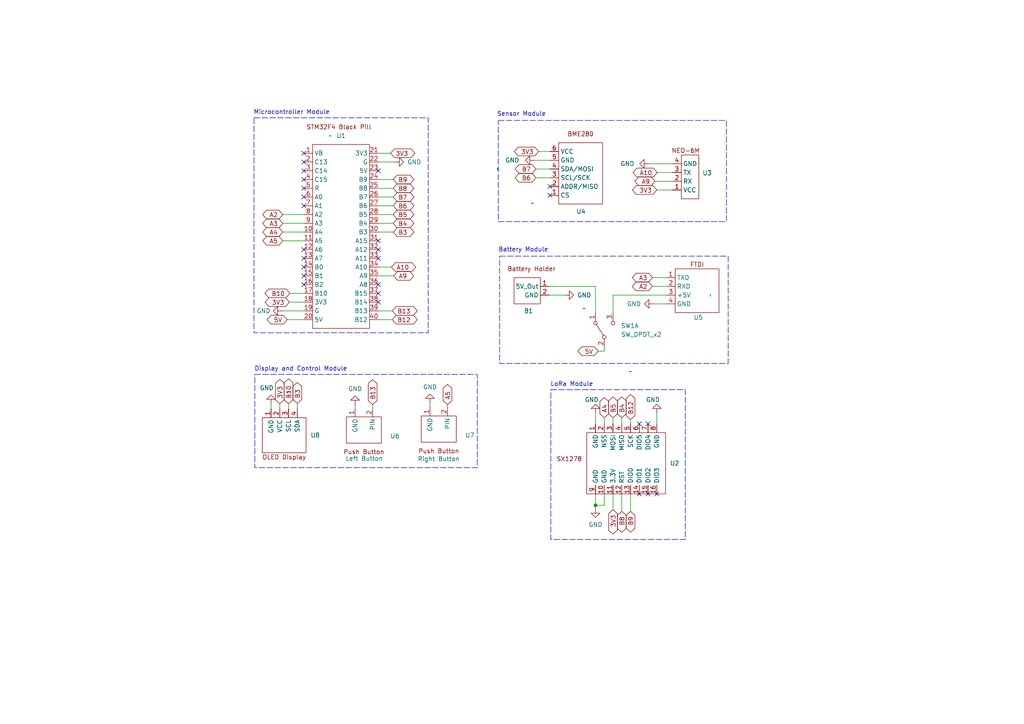
<source format=kicad_sch>
(kicad_sch (version 20230121) (generator eeschema)
  (paper "A4")
  (title_block (title "EEE4022S Transmiter Circuit") (date "2023-09-11") (rev "1") (company "University of Cape Town") (comment 1 "Rory Schram"))
  (lib_symbols
    (symbol "Custom:18650_Bat_Holder_+_Charger_-_5V_Out"
      (property "Reference" "B" (at 0 6.35 0))
      (symbol "18650_Bat_Holder_+_Charger_-_5V_Out_0_1"
        (rectangle (start -5.08 0) (end 2.54 -7.62))
      )
      (symbol "18650_Bat_Holder_+_Charger_-_5V_Out_1_1"
        (text "Battery Holder" (at 0 2.54 0) (effects (font (size 1.27 1.27))))
        (pin bidirectional line (at 5.08 -2.54 180) (length 2.54) (name "5V_Out") (number "1"))
        (pin bidirectional line (at 5.08 -5.08 180) (length 2.54) (name "GND") (number "2"))
      )
    )
    (symbol "Custom:BME280"
      (property "Reference" "U4" (at -11.43 2.54 90))
      (property "Value" "~" (at 0 25.4 0))
      (symbol "BME280_0_1"
        (rectangle (start -10.16 7.62) (end 7.62 -5.08))
      )
      (symbol "BME280_1_1"
        (text "BME280" (at 10.16 1.27 900) (effects (font (size 1.27 1.27))))
        (pin bidirectional line (at -7.62 10.16 270) (length 2.54) (name "CS") (number "1"))
        (pin bidirectional line (at -5.08 10.16 270) (length 2.54) (name "ADDR/MISO") (number "2"))
        (pin bidirectional line (at -2.54 10.16 270) (length 2.54) (name "SCL/SCK") (number "3"))
        (pin bidirectional line (at 0 10.16 270) (length 2.54) (name "SDA/MOSI") (number "4"))
        (pin bidirectional line (at 2.54 10.16 270) (length 2.54) (name "GND") (number "5"))
        (pin bidirectional line (at 5.08 10.16 270) (length 2.54) (name "VCC") (number "6"))
      )
    )
    (symbol "Custom:FTDI"
      (property "Reference" "U5" (at 6.35 -3.81 90))
      (property "Value" "~" (at 0 2.54 0))
      (symbol "FTDI_0_1"
        (rectangle (start -7.62 5.08) (end 5.08 -7.62))
      )
      (symbol "FTDI_1_1"
        (text "FTDI" (at -8.89 -1.27 900) (effects (font (size 1.27 1.27))))
        (pin bidirectional line (at -5.08 -10.16 90) (length 2.54) (name "TXD") (number "1"))
        (pin bidirectional line (at -2.54 -10.16 90) (length 2.54) (name "RXD") (number "2"))
        (pin bidirectional line (at 0 -10.16 90) (length 2.54) (name "+5V") (number "3"))
        (pin bidirectional line (at 2.54 -10.16 90) (length 2.54) (name "GND") (number "4"))
      )
    )
    (symbol "Custom:NEO-6M"
      (property "Reference" "U3" (at 1.27 -6.35 0))
      (property "Value" "~" (at -45.72 -6.35 0))
      (symbol "NEO-6M_0_1"
        (rectangle (start -2.54 -5.08) (end 2.54 7.62))
      )
      (symbol "NEO-6M_1_1"
        (text "NEO-6M" (at -1.27 8.89 0) (effects (font (size 1.27 1.27))))
        (pin bidirectional line (at -5.08 -2.54 0) (length 2.54) (name "VCC") (number "1"))
        (pin bidirectional line (at -5.08 0 0) (length 2.54) (name "RX") (number "2"))
        (pin bidirectional line (at -5.08 2.54 0) (length 2.54) (name "TX") (number "3"))
        (pin bidirectional line (at -5.08 5.08 0) (length 2.54) (name "GND") (number "4"))
      )
    )
    (symbol "Custom:Oled_Display"
      (property "Reference" "U8" (at 6.35 -5.08 0))
      (property "Value" "~" (at 0 7.62 0))
      (symbol "Oled_Display_0_1"
        (rectangle (start -7.62 0) (end 5.08 -10.16))
      )
      (symbol "Oled_Display_1_1"
        (text "OLED Display" (at -1.27 -11.43 0) (effects (font (size 1.27 1.27))))
        (pin bidirectional line (at -5.08 2.54 270) (length 2.54) (name "GND") (number "1"))
        (pin bidirectional line (at -2.54 2.54 270) (length 2.54) (name "VCC") (number "2"))
        (pin bidirectional line (at 0 2.54 270) (length 2.54) (name "SCL") (number "3"))
        (pin bidirectional line (at 2.54 2.54 270) (length 2.54) (name "SDA") (number "4"))
      )
    )
    (symbol "Custom:Push_Button"
      (property "Reference" "U" (at -7.62 0 0))
      (symbol "Push_Button_0_1"
        (rectangle (start -5.08 2.54) (end 5.08 -5.08))
      )
      (symbol "Push_Button_1_1"
        (text "Push Button" (at 0 -7.62 0) (effects (font (size 1.27 1.27))))
        (pin bidirectional line (at -2.54 5.08 270) (length 2.54) (name "GND") (number "1"))
        (pin bidirectional line (at 2.54 5.08 270) (length 2.54) (name "PIN") (number "2"))
      )
    )
    (symbol "Custom:STM32F4_Black_Pill"
      (property "Reference" "U" (at 2.54 7.62 0))
      (symbol "STM32F4_Black_Pill_0_1"
        (rectangle (start -5.08 5.08) (end 11.43 -48.26))
      )
      (symbol "STM32F4_Black_Pill_1_1"
        (text "STM32F4 Black Pill" (at 2.54 10.16 0) (effects (font (size 1.27 1.27))))
        (pin bidirectional line (at -7.62 2.54 0) (length 2.54) (name "VB") (number "1"))
        (pin bidirectional line (at -7.62 -20.32 0) (length 2.54) (name "A4") (number "10"))
        (pin bidirectional line (at -7.62 -22.86 0) (length 2.54) (name "A5") (number "11"))
        (pin bidirectional line (at -7.62 -25.4 0) (length 2.54) (name "A6") (number "12"))
        (pin bidirectional line (at -7.62 -27.94 0) (length 2.54) (name "A7") (number "13"))
        (pin bidirectional line (at -7.62 -30.48 0) (length 2.54) (name "B0") (number "14"))
        (pin bidirectional line (at -7.62 -33.02 0) (length 2.54) (name "B1") (number "15"))
        (pin bidirectional line (at -7.62 -35.56 0) (length 2.54) (name "B2") (number "16"))
        (pin bidirectional line (at -7.62 -38.1 0) (length 2.54) (name "B10") (number "17"))
        (pin bidirectional line (at -7.62 -40.64 0) (length 2.54) (name "3V3") (number "18"))
        (pin bidirectional line (at -7.62 -43.18 0) (length 2.54) (name "G") (number "19"))
        (pin bidirectional line (at -7.62 0 0) (length 2.54) (name "C13") (number "2"))
        (pin bidirectional line (at -7.62 -45.72 0) (length 2.54) (name "5V") (number "20"))
        (pin bidirectional line (at 13.97 2.54 180) (length 2.54) (name "3V3") (number "21"))
        (pin bidirectional line (at 13.97 0 180) (length 2.54) (name "G") (number "22"))
        (pin bidirectional line (at 13.97 -2.54 180) (length 2.54) (name "5V") (number "23"))
        (pin bidirectional line (at 13.97 -5.08 180) (length 2.54) (name "B9") (number "24"))
        (pin bidirectional line (at 13.97 -7.62 180) (length 2.54) (name "B8") (number "25"))
        (pin bidirectional line (at 13.97 -10.16 180) (length 2.54) (name "B7") (number "26"))
        (pin bidirectional line (at 13.97 -12.7 180) (length 2.54) (name "B6") (number "27"))
        (pin bidirectional line (at 13.97 -15.24 180) (length 2.54) (name "B5") (number "28"))
        (pin bidirectional line (at 13.97 -17.78 180) (length 2.54) (name "B4") (number "29"))
        (pin bidirectional line (at -7.62 -2.54 0) (length 2.54) (name "C14") (number "3"))
        (pin bidirectional line (at 13.97 -20.32 180) (length 2.54) (name "B3") (number "30"))
        (pin bidirectional line (at 13.97 -22.86 180) (length 2.54) (name "A15") (number "31"))
        (pin bidirectional line (at 13.97 -25.4 180) (length 2.54) (name "A12") (number "32"))
        (pin bidirectional line (at 13.97 -27.94 180) (length 2.54) (name "A11") (number "33"))
        (pin bidirectional line (at 13.97 -30.48 180) (length 2.54) (name "A10") (number "34"))
        (pin bidirectional line (at 13.97 -33.02 180) (length 2.54) (name "A9") (number "35"))
        (pin bidirectional line (at 13.97 -35.56 180) (length 2.54) (name "A8") (number "36"))
        (pin bidirectional line (at 13.97 -38.1 180) (length 2.54) (name "B15") (number "37"))
        (pin bidirectional line (at 13.97 -40.64 180) (length 2.54) (name "B14") (number "38"))
        (pin bidirectional line (at 13.97 -43.18 180) (length 2.54) (name "B13") (number "39"))
        (pin bidirectional line (at -7.62 -5.08 0) (length 2.54) (name "C15") (number "4"))
        (pin bidirectional line (at 13.97 -45.72 180) (length 2.54) (name "B12") (number "40"))
        (pin bidirectional line (at -7.62 -7.62 0) (length 2.54) (name "R") (number "5"))
        (pin bidirectional line (at -7.62 -10.16 0) (length 2.54) (name "A0") (number "6"))
        (pin bidirectional line (at -7.62 -12.7 0) (length 2.54) (name "A1") (number "7"))
        (pin bidirectional line (at -7.62 -15.24 0) (length 2.54) (name "A2") (number "8"))
        (pin bidirectional line (at -7.62 -17.78 0) (length 2.54) (name "A3") (number "9"))
      )
    )
    (symbol "Custom:SX1278"
      (property "Reference" "U" (at -17.78 2.54 0))
      (symbol "SX1278_0_1"
        (rectangle (start -12.7 7.62) (end 10.16 -10.16))
      )
      (symbol "SX1278_1_1"
        (text "SX1278" (at -17.78 0 0) (effects (font (size 1.27 1.27))))
        (pin bidirectional line (at -10.16 10.16 270) (length 2.54) (name "GND") (number "1"))
        (pin bidirectional line (at -7.62 -10.16 90) (length 2.54) (name "GND") (number "10"))
        (pin bidirectional line (at -5.08 -10.16 90) (length 2.54) (name "3.3V") (number "11"))
        (pin bidirectional line (at -2.54 -10.16 90) (length 2.54) (name "RST") (number "12"))
        (pin bidirectional line (at 0 -10.16 90) (length 2.54) (name "DIO0") (number "13"))
        (pin bidirectional line (at 2.54 -10.16 90) (length 2.54) (name "DIO1") (number "14"))
        (pin bidirectional line (at 5.08 -10.16 90) (length 2.54) (name "DIO2") (number "15"))
        (pin bidirectional line (at 7.62 -10.16 90) (length 2.54) (name "DIO3") (number "16"))
        (pin bidirectional line (at -7.62 10.16 270) (length 2.54) (name "NSS") (number "2"))
        (pin bidirectional line (at -5.08 10.16 270) (length 2.54) (name "MOSI") (number "3"))
        (pin bidirectional line (at -2.54 10.16 270) (length 2.54) (name "MISO") (number "4"))
        (pin bidirectional line (at 0 10.16 270) (length 2.54) (name "SCK") (number "5"))
        (pin bidirectional line (at 2.54 10.16 270) (length 2.54) (name "DIO5") (number "6"))
        (pin bidirectional line (at 5.08 10.16 270) (length 2.54) (name "DIO4") (number "7"))
        (pin bidirectional line (at 7.62 10.16 270) (length 2.54) (name "GND") (number "8"))
        (pin bidirectional line (at -10.16 -10.16 90) (length 2.54) (name "GND") (number "9"))
      )
    )
    (symbol "Switch:SW_DPDT_x2" (pin_names (offset 0) hide)
      (property "Reference" "SW" (at 0 4.318 0))
      (property "Value" "SW_DPDT_x2" (at 0 -5.08 0))
      (symbol "SW_DPDT_x2_0_0"
        (circle (center -2.032 0) (radius 0.508))
        (circle (center 2.032 -2.54) (radius 0.508))
      )
      (symbol "SW_DPDT_x2_0_1"
        (polyline (pts (xy -1.524 0.254) (xy 1.651 2.286)))
        (circle (center 2.032 2.54) (radius 0.508))
      )
      (symbol "SW_DPDT_x2_1_1"
        (pin passive line (at 5.08 2.54 180) (length 2.54) (name "A") (number "1"))
        (pin passive line (at -5.08 0 0) (length 2.54) (name "B") (number "2"))
        (pin passive line (at 5.08 -2.54 180) (length 2.54) (name "C") (number "3"))
      )
      (symbol "SW_DPDT_x2_2_1"
        (pin passive line (at 5.08 2.54 180) (length 2.54) (name "A") (number "4"))
        (pin passive line (at -5.08 0 0) (length 2.54) (name "B") (number "5"))
        (pin passive line (at 5.08 -2.54 180) (length 2.54) (name "C") (number "6"))
      )
    )
    (symbol "power:GND" (power) (pin_names (offset 0))
      (property "Value" "GND" (at 0 -3.81 0))
      (symbol "GND_0_1"
        (polyline (pts (xy 0 0) (xy 0 -1.27) (xy 1.27 -1.27) (xy 0 -2.54) (xy -1.27 -1.27) (xy 0 -1.27)))
      )
      (symbol "GND_1_1"
        (pin power_in line (at 0 0 270) (length 0) hide (name "GND") (number "1"))
      )
    )
  )
  (junction (at 172.72 146.558))
  (no_connect (at 159.512 54.102))
  (no_connect (at 88.138 44.45))
  (no_connect (at 109.728 85.09))
  (no_connect (at 88.138 77.47))
  (no_connect (at 159.512 56.642))
  (no_connect (at 88.138 74.93))
  (no_connect (at 187.96 143.256))
  (no_connect (at 88.138 54.61))
  (no_connect (at 88.138 72.39))
  (no_connect (at 109.728 74.93))
  (no_connect (at 88.138 57.15))
  (no_connect (at 109.728 49.53))
  (no_connect (at 88.138 82.55))
  (no_connect (at 88.138 46.99))
  (no_connect (at 88.138 80.01))
  (no_connect (at 187.96 122.936))
  (no_connect (at 109.728 69.85))
  (no_connect (at 88.138 49.53))
  (no_connect (at 109.728 87.63))
  (no_connect (at 88.138 52.07))
  (no_connect (at 109.728 82.55))
  (no_connect (at 190.5 143.256))
  (no_connect (at 88.138 59.69))
  (no_connect (at 185.42 143.256))
  (no_connect (at 185.42 122.936))
  (no_connect (at 109.728 72.39))
  (wire (pts (xy 172.72 146.558) (xy 172.72 147.574)))
  (wire (pts (xy 177.8 85.598) (xy 193.294 85.598)))
  (wire (pts (xy 155.448 51.562) (xy 159.512 51.562)))
  (wire (pts (xy 78.613 117.094) (xy 78.613 118.618)))
  (wire (pts (xy 108.077 117.348) (xy 108.077 118.364)))
  (wire (pts (xy 83.693 117.094) (xy 83.693 118.618)))
  (wire (pts (xy 84.074 85.09) (xy 88.138 85.09)))
  (wire (pts (xy 177.8 85.598) (xy 177.8 90.678)))
  (wire (pts (xy 159.258 83.058) (xy 172.72 83.058)))
  (wire (pts (xy 154.94 46.482) (xy 159.512 46.482)))
  (wire (pts (xy 173.482 101.854) (xy 175.26 101.854)))
  (wire (pts (xy 190.627 50.038) (xy 195.072 50.038)))
  (wire (pts (xy 109.728 52.07) (xy 114.046 52.07)))
  (wire (pts (xy 109.728 59.69) (xy 114.046 59.69)))
  (wire (pts (xy 188.087 47.498) (xy 195.072 47.498)))
  (wire (pts (xy 109.728 77.47) (xy 113.538 77.47)))
  (wire (pts (xy 175.26 121.158) (xy 175.26 122.936)))
  (wire (pts (xy 189.992 52.578) (xy 195.072 52.578)))
  (wire (pts (xy 109.728 57.15) (xy 114.046 57.15)))
  (wire (pts (xy 109.728 80.01) (xy 114.173 80.01)))
  (wire (pts (xy 82.042 69.85) (xy 88.138 69.85)))
  (wire (pts (xy 124.714 116.84) (xy 124.714 118.11)))
  (wire (pts (xy 189.484 88.138) (xy 193.294 88.138)))
  (wire (pts (xy 182.88 143.256) (xy 182.88 148.336)))
  (wire (pts (xy 155.448 49.022) (xy 159.512 49.022)))
  (wire (pts (xy 109.728 44.45) (xy 113.284 44.45)))
  (wire (pts (xy 109.728 90.17) (xy 113.792 90.17)))
  (wire (pts (xy 177.8 143.256) (xy 177.8 147.828)))
  (wire (pts (xy 177.8 121.158) (xy 177.8 122.936)))
  (wire (pts (xy 86.233 116.967) (xy 86.233 118.618)))
  (wire (pts (xy 172.72 143.256) (xy 172.72 146.558)))
  (wire (pts (xy 83.312 92.71) (xy 88.138 92.71)))
  (wire (pts (xy 109.728 92.71) (xy 113.792 92.71)))
  (wire (pts (xy 82.042 62.23) (xy 88.138 62.23)))
  (wire (pts (xy 190.5 55.118) (xy 195.072 55.118)))
  (wire (pts (xy 180.34 143.256) (xy 180.34 148.336)))
  (wire (pts (xy 189.23 83.058) (xy 193.294 83.058)))
  (wire (pts (xy 109.728 54.61) (xy 114.046 54.61)))
  (wire (pts (xy 109.728 62.23) (xy 114.046 62.23)))
  (wire (pts (xy 175.26 146.558) (xy 175.26 143.256)))
  (wire (pts (xy 82.042 67.31) (xy 88.138 67.31)))
  (wire (pts (xy 182.88 121.666) (xy 182.88 122.936)))
  (wire (pts (xy 159.258 85.598) (xy 163.83 85.598)))
  (wire (pts (xy 172.72 119.761) (xy 172.72 122.936)))
  (wire (pts (xy 81.153 117.094) (xy 81.153 118.618)))
  (wire (pts (xy 109.728 67.31) (xy 114.046 67.31)))
  (wire (pts (xy 129.794 117.348) (xy 129.794 118.11)))
  (wire (pts (xy 109.728 46.99) (xy 114.554 46.99)))
  (wire (pts (xy 190.5 119.761) (xy 190.5 122.936)))
  (wire (pts (xy 172.72 146.558) (xy 175.26 146.558)))
  (wire (pts (xy 175.26 101.854) (xy 175.26 100.838)))
  (wire (pts (xy 83.947 87.63) (xy 88.138 87.63)))
  (wire (pts (xy 82.042 64.77) (xy 88.138 64.77)))
  (wire (pts (xy 156.21 43.942) (xy 159.512 43.942)))
  (wire (pts (xy 81.788 90.17) (xy 88.138 90.17)))
  (wire (pts (xy 189.23 80.518) (xy 193.294 80.518)))
  (wire (pts (xy 180.34 121.158) (xy 180.34 122.936)))
  (wire (pts (xy 172.72 90.678) (xy 172.72 83.058)))
  (wire (pts (xy 102.997 117.348) (xy 102.997 118.364)))
  (wire (pts (xy 109.728 64.77) (xy 114.046 64.77)))
  (rectangle (start 144.526 34.925) (end 210.693 64.262) (stroke (width 0) (type dash)))
  (rectangle (start 73.914 108.585) (end 138.43 135.636) (stroke (width 0) (type dash)))
  (rectangle (start 73.66 34.163) (end 124.206 96.52) (stroke (width 0) (type dash)))
  (rectangle (start 144.907 74.295) (end 211.201 105.41) (stroke (width 0) (type dash)))
  (rectangle (start 159.766 113.03) (end 198.755 156.464) (stroke (width 0) (type dash)))
  (text "LoRa Module" (at 159.639 112.268 0) (effects (font (size 1.27 1.27)) (justify left bottom)))
  (text "Display and Control Module" (at 73.787 107.823 0) (effects (font (size 1.27 1.27)) (justify left bottom)))
  (text "Sensor Module" (at 144.145 33.909 0) (effects (font (size 1.27 1.27)) (justify left bottom)))
  (text "Microcontroller Module" (at 73.533 33.401 0) (effects (font (size 1.27 1.27)) (justify left bottom)))
  (text "Battery Module" (at 144.526 73.279 0) (effects (font (size 1.27 1.27)) (justify left bottom)))
  (global_label "A2" (shape bidirectional) (at 82.042 62.23 180) (property "Intersheetrefs" "${INTERSHEET_REFS}" (effects hide)))
  (global_label "A4" (shape bidirectional) (at 82.042 67.31 180) (property "Intersheetrefs" "${INTERSHEET_REFS}" (effects hide)))
  (global_label "B8" (shape bidirectional) (at 180.34 148.336 270) (property "Intersheetrefs" "${INTERSHEET_REFS}" (effects hide)))
  (global_label "B10" (shape bidirectional) (at 84.074 85.09 180) (property "Intersheetrefs" "${INTERSHEET_REFS}" (effects hide)))
  (global_label "B13" (shape bidirectional) (at 113.792 90.17 0) (property "Intersheetrefs" "${INTERSHEET_REFS}" (effects hide)))
  (global_label "B8" (shape bidirectional) (at 114.046 54.61 0) (property "Intersheetrefs" "${INTERSHEET_REFS}" (effects hide)))
  (global_label "A2" (shape bidirectional) (at 189.23 83.058 180) (property "Intersheetrefs" "${INTERSHEET_REFS}" (effects hide)))
  (global_label "B4" (shape bidirectional) (at 180.34 121.158 90) (property "Intersheetrefs" "${INTERSHEET_REFS}" (effects hide)))
  (global_label "A4" (shape bidirectional) (at 175.26 121.158 90) (property "Intersheetrefs" "${INTERSHEET_REFS}" (effects hide)))
  (global_label "A5" (shape bidirectional) (at 82.042 69.85 180) (property "Intersheetrefs" "${INTERSHEET_REFS}" (effects hide)))
  (global_label "B9" (shape bidirectional) (at 182.88 148.336 270) (property "Intersheetrefs" "${INTERSHEET_REFS}" (effects hide)))
  (global_label "3V3" (shape bidirectional) (at 156.21 43.942 180) (property "Intersheetrefs" "${INTERSHEET_REFS}" (effects hide)))
  (global_label "A3" (shape bidirectional) (at 82.042 64.77 180) (property "Intersheetrefs" "${INTERSHEET_REFS}" (effects hide)))
  (global_label "A9" (shape bidirectional) (at 114.173 80.01 0) (property "Intersheetrefs" "${INTERSHEET_REFS}" (effects hide)))
  (global_label "B6" (shape bidirectional) (at 114.046 59.69 0) (property "Intersheetrefs" "${INTERSHEET_REFS}" (effects hide)))
  (global_label "B7" (shape bidirectional) (at 114.046 57.15 0) (property "Intersheetrefs" "${INTERSHEET_REFS}" (effects hide)))
  (global_label "B3" (shape bidirectional) (at 114.046 67.31 0) (property "Intersheetrefs" "${INTERSHEET_REFS}" (effects hide)))
  (global_label "B9" (shape bidirectional) (at 114.046 52.07 0) (property "Intersheetrefs" "${INTERSHEET_REFS}" (effects hide)))
  (global_label "B5" (shape bidirectional) (at 177.8 121.158 90) (property "Intersheetrefs" "${INTERSHEET_REFS}" (effects hide)))
  (global_label "3V3" (shape bidirectional) (at 81.153 117.094 90) (property "Intersheetrefs" "${INTERSHEET_REFS}" (effects hide)))
  (global_label "5V" (shape bidirectional) (at 173.482 101.854 180) (property "Intersheetrefs" "${INTERSHEET_REFS}" (effects hide)))
  (global_label "3V3" (shape bidirectional) (at 83.947 87.63 180) (property "Intersheetrefs" "${INTERSHEET_REFS}" (effects hide)))
  (global_label "B7" (shape bidirectional) (at 155.448 49.022 180) (property "Intersheetrefs" "${INTERSHEET_REFS}" (effects hide)))
  (global_label "B12" (shape bidirectional) (at 113.792 92.71 0) (property "Intersheetrefs" "${INTERSHEET_REFS}" (effects hide)))
  (global_label "A3" (shape bidirectional) (at 189.23 80.518 180) (property "Intersheetrefs" "${INTERSHEET_REFS}" (effects hide)))
  (global_label "A10" (shape bidirectional) (at 190.627 50.038 180) (property "Intersheetrefs" "${INTERSHEET_REFS}" (effects hide)))
  (global_label "A9" (shape bidirectional) (at 189.992 52.578 180) (property "Intersheetrefs" "${INTERSHEET_REFS}" (effects hide)))
  (global_label "B5" (shape bidirectional) (at 114.046 62.23 0) (property "Intersheetrefs" "${INTERSHEET_REFS}" (effects hide)))
  (global_label "B4" (shape bidirectional) (at 114.046 64.77 0) (property "Intersheetrefs" "${INTERSHEET_REFS}" (effects hide)))
  (global_label "B3" (shape bidirectional) (at 86.233 116.967 90) (property "Intersheetrefs" "${INTERSHEET_REFS}" (effects hide)))
  (global_label "B12" (shape bidirectional) (at 182.88 121.666 90) (property "Intersheetrefs" "${INTERSHEET_REFS}" (effects hide)))
  (global_label "B6" (shape bidirectional) (at 155.448 51.562 180) (property "Intersheetrefs" "${INTERSHEET_REFS}" (effects hide)))
  (global_label "B13" (shape bidirectional) (at 108.077 117.348 90) (property "Intersheetrefs" "${INTERSHEET_REFS}" (effects hide)))
  (global_label "A10" (shape bidirectional) (at 113.538 77.47 0) (property "Intersheetrefs" "${INTERSHEET_REFS}" (effects hide)))
  (global_label "3V3" (shape bidirectional) (at 177.8 147.828 270) (property "Intersheetrefs" "${INTERSHEET_REFS}" (effects hide)))
  (global_label "5V" (shape bidirectional) (at 83.312 92.71 180) (property "Intersheetrefs" "${INTERSHEET_REFS}" (effects hide)))
  (global_label "A5" (shape bidirectional) (at 129.794 117.348 90) (property "Intersheetrefs" "${INTERSHEET_REFS}" (effects hide)))
  (global_label "3V3" (shape bidirectional) (at 113.284 44.45 0) (property "Intersheetrefs" "${INTERSHEET_REFS}" (effects hide)))
  (global_label "3V3" (shape bidirectional) (at 190.5 55.118 180) (property "Intersheetrefs" "${INTERSHEET_REFS}" (effects hide)))
  (global_label "B10" (shape bidirectional) (at 83.693 117.094 90) (property "Intersheetrefs" "${INTERSHEET_REFS}" (effects hide)))
  (symbol (lib_id "power:GND") (at 163.83 85.598 90) (unit 1)
    (property "Reference" "#PWR08" (effects hide))
    (property "Value" "GND" (at 167.386 85.598 90) (effects (justify right)))
  )
  (symbol (lib_id "power:GND") (at 124.714 116.84 180) (unit 1)
    (property "Reference" "#PWR010" (effects hide))
    (property "Value" "GND" (at 124.714 112.268 0))
  )
  (symbol (lib_id "power:GND") (at 172.72 147.574 0) (unit 1)
    (property "Reference" "#PWR01" (effects hide))
    (property "Value" "GND" (at 172.72 152.146 0))
  )
  (symbol (lib_id "Custom:Oled_Display") (at 83.693 121.158 0) (unit 1)
    (property "Reference" "U8" (at 90.043 126.238 0) (effects (justify left)))
    (property "Value" "~" (at 83.693 113.538 0))
    (property "Footprint" "Custom:OLED Display" (effects hide))
  )
  (symbol (lib_id "Switch:SW_DPDT_x2") (at 175.26 95.758 90) (unit 1)
    (property "Reference" "SW1" (at 180.086 94.488 90) (effects (justify right)))
    (property "Value" "SW_DPDT_x2" (at 180.086 97.028 90) (effects (justify right)))
  )
  (symbol (lib_id "Custom:BME280") (at 169.672 49.022 90) (unit 1)
    (property "Reference" "U4" (at 167.132 61.341 90) (effects (justify right)))
    (property "Value" "~" (at 144.272 49.022 0))
    (property "Footprint" "Custom:BME280" (effects hide))
  )
  (symbol (lib_id "Custom:Push_Button") (at 127.254 123.19 0) (unit 1)
    (property "Reference" "U7" (at 134.874 126.2408 0) (effects (justify left)))
    (property "Value" "Right Button" (at 127.254 133.096 0))
    (property "Footprint" "Custom:Push Button" (effects hide))
  )
  (symbol (lib_id "power:GND") (at 114.554 46.99 90) (unit 1)
    (property "Reference" "#PWR04" (effects hide))
    (property "Value" "GND" (at 118.11 46.99 90) (effects (justify right)))
  )
  (symbol (lib_id "power:GND") (at 172.72 119.761 180) (unit 1)
    (property "Reference" "#PWR02" (effects hide))
    (property "Value" "GND" (at 169.545 115.951 0) (effects (justify right)))
  )
  (symbol (lib_id "Custom:Push_Button") (at 105.537 123.444 0) (unit 1)
    (property "Reference" "U6" (at 113.157 126.4948 0) (effects (justify left)))
    (property "Value" "Left Button" (at 105.664 132.969 0))
    (property "Footprint" "Custom:Push Button" (effects hide))
  )
  (symbol (lib_id "Custom:NEO-6M") (at 200.152 52.578 0) (unit 1)
    (property "Reference" "U3" (at 203.708 50.1622 0) (effects (justify left)))
    (property "Value" "~" (at 154.432 58.928 0))
    (property "Footprint" "Custom:NEO-6M" (effects hide))
  )
  (symbol (lib_id "power:GND") (at 81.788 90.17 270) (unit 1)
    (property "Reference" "#PWR03" (effects hide))
    (property "Value" "GND" (at 78.486 90.17 90) (effects (justify right)))
  )
  (symbol (lib_id "Custom:STM32F4_Black_Pill") (at 95.758 46.99 0) (unit 1)
    (property "Reference" "U1" (at 98.933 39.37 0))
    (property "Value" "~" (at 95.758 39.37 0))
    (property "Footprint" "Custom:STM32f4_Black_Pill" (effects hide))
  )
  (symbol (lib_id "power:GND") (at 78.613 117.094 180) (unit 1)
    (property "Reference" "#PWR011" (effects hide))
    (property "Value" "GND" (at 77.343 112.522 0))
  )
  (symbol (lib_id "power:GND") (at 154.94 46.482 270) (unit 1)
    (property "Reference" "#PWR06" (effects hide))
    (property "Value" "GND" (at 150.622 46.482 90) (effects (justify right)))
  )
  (symbol (lib_id "Custom:FTDI") (at 203.454 85.598 270) (unit 1)
    (property "Reference" "U5" (at 201.168 92.075 90) (effects (justify left)))
    (property "Value" "~" (at 205.994 85.598 0))
    (property "Footprint" "Custom:FTDI" (effects hide))
  )
  (symbol (lib_id "Custom:SX1278") (at 182.88 133.096 0) (unit 1)
    (property "Reference" "U2" (at 194.31 134.366 0) (effects (justify left)))
    (property "Value" "~" (at 182.88 107.696 0))
    (property "Footprint" "Custom:SX1278" (effects hide))
  )
  (symbol (lib_id "power:GND") (at 189.484 88.138 270) (unit 1)
    (property "Reference" "#PWR07" (effects hide))
    (property "Value" "GND" (at 185.928 88.138 90) (effects (justify right)))
  )
  (symbol (lib_id "power:GND") (at 188.087 47.498 270) (unit 1)
    (property "Reference" "#PWR05" (effects hide))
    (property "Value" "GND" (at 184.023 47.498 90) (effects (justify right)))
  )
  (symbol (lib_id "Custom:18650_Bat_Holder_+_Charger_-_5V_Out") (at 154.178 80.518 0) (unit 1)
    (property "Reference" "B1" (at 153.289 90.17 0))
    (property "Value" "~" (at 169.418 89.408 0))
    (property "Footprint" "Custom:Battery HolderCharger" (effects hide))
  )
  (symbol (lib_id "power:GND") (at 102.997 117.348 180) (unit 1)
    (property "Reference" "#PWR09" (effects hide))
    (property "Value" "GND" (at 102.997 112.776 0))
  )
  (symbol (lib_id "power:GND") (at 190.5 119.761 180) (unit 1)
    (property "Reference" "#PWR012" (effects hide))
    (property "Value" "GND" (at 187.325 115.951 0) (effects (justify right)))
  )
)
</source>
